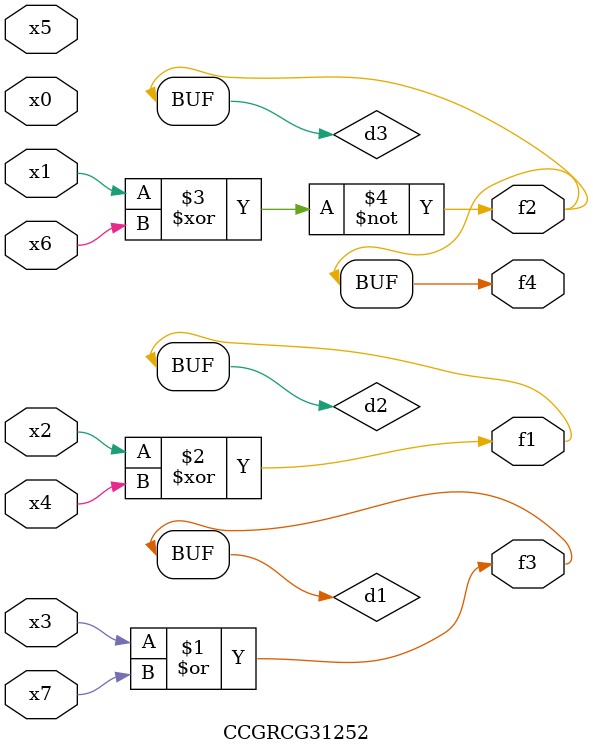
<source format=v>
module CCGRCG31252(
	input x0, x1, x2, x3, x4, x5, x6, x7,
	output f1, f2, f3, f4
);

	wire d1, d2, d3;

	or (d1, x3, x7);
	xor (d2, x2, x4);
	xnor (d3, x1, x6);
	assign f1 = d2;
	assign f2 = d3;
	assign f3 = d1;
	assign f4 = d3;
endmodule

</source>
